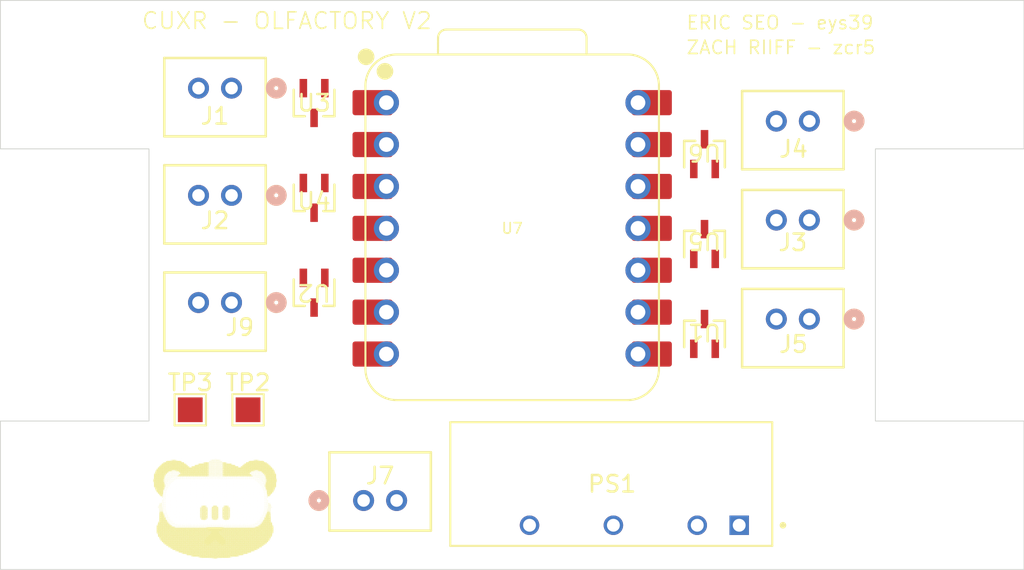
<source format=kicad_pcb>
(kicad_pcb (version 20241229) (generator "pcbnew") (generator_version "9.0")
  (layers (0 "F.Cu" signal) (2 "B.Cu" signal) (13 "F.Paste" user) (15 "B.Paste" user) (5 "F.SilkS" user "F.Silkscreen") (7 "B.SilkS" user "B.Silkscreen") (1 "F.Mask" user) (3 "B.Mask" user) (25 "Edge.Cuts" user))
  (net 0 "")
  (net 1 "5V Fan Out")
  (net 2 "Atomizer 1 Out")
  (net 3 "Net-(U1-G)")
  (net 4 "12V Fan Out")
  (net 5 "Atomizer 2 Out")
  (net 6 "Atomizer 3 Out")
  (net 7 "Net-(U2-G)")
  (net 8 "Net-(U3-G)")
  (net 9 "Atomizer 4 Out")
  (net 10 "Net-(U4-G)")
  (net 11 "Net-(U5-G)")
  (net 12 "Net-(U6-G)")
  (net 15 "GND")
  (net 18 "Battery 1 In")
  (net 20 "Converter Out")
  (footprint "footprints_connector:CONN2_B2B-PH-K-S_JST" (layer "F.Cu") (at 124 93)
    (property "Reference" "J3" (at -1 1.360398 0) (layer "F.SilkS"))
    (property "Value" "B2B-PH-K-S" (hide yes))
    (pad "1" thru_hole circle (at 0 0) (size 1.27 1.27) (drill 0.762) (layers "*.Cu" "*.Mask") (net 6 "Atomizer 3 Out"))
    (pad "2" thru_hole circle (at -2.000001 0) (size 1.27 1.27) (drill 0.762) (layers "*.Cu" "*.Mask") (net 15 "GND"))
  )
  (footprint "footprints:SOT_12UW-7_DIO" (layer "F.Cu") (at 94 97.4017 180)
    (property "Reference" "U2" (at 0 0 180) (layer "F.SilkS"))
    (property "Value" "DMG1012UW-7" (hide yes))
    (pad "1" smd rect (at -0.649999 0.9017 180) (size 0.4572 1.1176) (layers "F.Cu" "F.Mask" "F.Paste") (net 7 "Net-(U2-G)"))
    (pad "2" smd rect (at 0.649999 0.9017 180) (size 0.4572 1.1176) (layers "F.Cu" "F.Mask" "F.Paste") (net 1 "5V Fan Out"))
    (pad "3" smd rect (at 0 -0.9017 180) (size 0.4572 1.1176) (layers "F.Cu" "F.Mask" "F.Paste") (net 18 "Battery 1 In"))
  )
  (footprint "footprints_connector:CONN2_B2B-PH-K-S_JST" (layer "F.Cu") (at 89.000001 91.5)
    (property "Reference" "J2" (at -1 1.526399 0) (layer "F.SilkS"))
    (property "Value" "B2B-PH-K-S" (hide yes))
    (pad "1" thru_hole circle (at 0 0) (size 1.27 1.27) (drill 0.762) (layers "*.Cu" "*.Mask") (net 5 "Atomizer 2 Out"))
    (pad "2" thru_hole circle (at -2.000001 0) (size 1.27 1.27) (drill 0.762) (layers "*.Cu" "*.Mask") (net 15 "GND"))
  )
  (footprint "footprints:SOT_12UW-7_DIO" (layer "F.Cu") (at 117.65 99.9017)
    (property "Reference" "U1" (at 0 -0.0983 180) (layer "F.SilkS"))
    (property "Value" "DMG1012UW-7" (hide yes))
    (pad "1" smd rect (at -0.649999 0.9017) (size 0.4572 1.1176) (layers "F.Cu" "F.Mask" "F.Paste") (net 3 "Net-(U1-G)"))
    (pad "2" smd rect (at 0.649999 0.9017) (size 0.4572 1.1176) (layers "F.Cu" "F.Mask" "F.Paste") (net 4 "12V Fan Out"))
    (pad "3" smd rect (at 0 -0.9017) (size 0.4572 1.1176) (layers "F.Cu" "F.Mask" "F.Paste") (net 20 "Converter Out"))
  )
  (footprint "MountingHole:MountingHole_3.5mm" (layer "F.Cu") (at 79.5 84)
    (property "Reference" "REF**" (hide yes))
    (property "Value" "MountingHole_3.5mm" (hide yes))
    (pad "" np_thru_hole circle (at 0 0) (size 3.5 3.5) (drill 3.5) (layers "*.Cu" "*.Mask"))
  )
  (footprint "SeeedStudio_XIAO_nRF52840_v1.1_KiCAD:XIAO-nRF52840-DIP" (layer "F.Cu") (at 106 93.5)
    (property "Reference" "U7" (at 0 0 0) (layer "F.SilkS") (effects (font (size 0.635 0.635) (thickness 0.1016))))
    (property "Value" "XIAO-nRF52840-DIP" (hide yes))
    (pad "1" smd roundrect (at -8.455 -7.62 180) (size 2.432 1.524) (layers "F.Cu" "F.Mask") (roundrect_rratio 0.1))
    (pad "1" thru_hole circle (at -7.62 -7.62 180) (size 1.524 1.524) (drill 0.889) (layers "*.Cu" "*.Mask"))
    (pad "2" smd roundrect (at -8.455 -5.08 180) (size 2.432 1.524) (layers "F.Cu" "F.Mask") (roundrect_rratio 0.1) (net 8 "Net-(U3-G)"))
    (pad "2" thru_hole circle (at -7.62 -5.08 180) (size 1.524 1.524) (drill 0.889) (layers "*.Cu" "*.Mask") (net 8 "Net-(U3-G)"))
    (pad "3" smd roundrect (at -8.455 -2.54 180) (size 2.432 1.524) (layers "F.Cu" "F.Mask") (roundrect_rratio 0.1) (net 10 "Net-(U4-G)"))
    (pad "3" thru_hole circle (at -7.62 -2.54 180) (size 1.524 1.524) (drill 0.889) (layers "*.Cu" "*.Mask") (net 10 "Net-(U4-G)"))
    (pad "4" smd roundrect (at -8.455 0 180) (size 2.432 1.524) (layers "F.Cu" "F.Mask") (roundrect_rratio 0.1) (net 7 "Net-(U2-G)"))
    (pad "4" thru_hole circle (at -7.62 0 180) (size 1.524 1.524) (drill 0.889) (layers "*.Cu" "*.Mask") (net 7 "Net-(U2-G)"))
    (pad "5" smd roundrect (at -8.455 2.54 180) (size 2.432 1.524) (layers "F.Cu" "F.Mask") (roundrect_rratio 0.1))
    (pad "5" thru_hole circle (at -7.62 2.54 180) (size 1.524 1.524) (drill 0.889) (layers "*.Cu" "*.Mask"))
    (pad "6" smd roundrect (at -8.455 5.08 180) (size 2.432 1.524) (layers "F.Cu" "F.Mask") (roundrect_rratio 0.1))
    (pad "6" thru_hole circle (at -7.62 5.08 180) (size 1.524 1.524) (drill 0.889) (layers "*.Cu" "*.Mask"))
    (pad "7" smd roundrect (at -8.455 7.62 180) (size 2.432 1.524) (layers "F.Cu" "F.Mask") (roundrect_rratio 0.1))
    (pad "7" thru_hole circle (at -7.62 7.62 180) (size 1.524 1.524) (drill 0.889) (layers "*.Cu" "*.Mask"))
    (pad "8" thru_hole circle (at 7.62 7.62) (size 1.524 1.524) (drill 0.889) (layers "*.Cu" "*.Mask"))
    (pad "8" smd roundrect (at 8.455 7.62) (size 2.432 1.524) (layers "F.Cu" "F.Mask") (roundrect_rratio 0.1))
    (pad "9" thru_hole circle (at 7.62 5.08) (size 1.524 1.524) (drill 0.889) (layers "*.Cu" "*.Mask") (net 3 "Net-(U1-G)"))
    (pad "9" smd roundrect (at 8.455 5.08) (size 2.432 1.524) (layers "F.Cu" "F.Mask") (roundrect_rratio 0.1) (net 3 "Net-(U1-G)"))
    (pad "10" thru_hole circle (at 7.62 2.54) (size 1.524 1.524) (drill 0.889) (layers "*.Cu" "*.Mask") (net 11 "Net-(U5-G)"))
    (pad "10" smd roundrect (at 8.455 2.54) (size 2.432 1.524) (layers "F.Cu" "F.Mask") (roundrect_rratio 0.1) (net 11 "Net-(U5-G)"))
    (pad "11" thru_hole circle (at 7.62 0) (size 1.524 1.524) (drill 0.889) (layers "*.Cu" "*.Mask") (net 12 "Net-(U6-G)"))
    (pad "11" smd roundrect (at 8.455 0) (size 2.432 1.524) (layers "F.Cu" "F.Mask") (roundrect_rratio 0.1) (net 12 "Net-(U6-G)"))
    (pad "12" thru_hole circle (at 7.62 -2.54) (size 1.524 1.524) (drill 0.889) (layers "*.Cu" "*.Mask"))
    (pad "12" smd roundrect (at 8.455 -2.54) (size 2.432 1.524) (layers "F.Cu" "F.Mask") (roundrect_rratio 0.1))
    (pad "13" thru_hole circle (at 7.62 -5.08) (size 1.524 1.524) (drill 0.889) (layers "*.Cu" "*.Mask") (net 15 "GND"))
    (pad "13" smd roundrect (at 8.455 -5.08) (size 2.432 1.524) (layers "F.Cu" "F.Mask") (roundrect_rratio 0.1) (net 15 "GND"))
    (pad "14" thru_hole circle (at 7.62 -7.62) (size 1.524 1.524) (drill 0.889) (layers "*.Cu" "*.Mask"))
    (pad "14" smd roundrect (at 8.455 -7.62) (size 2.432 1.524) (layers "F.Cu" "F.Mask") (roundrect_rratio 0.1))
  )
  (footprint "footprints_connector:CONN2_B2B-PH-K-S_JST" (layer "F.Cu") (at 89.000001 98)
    (property "Reference" "J9" (at 0.5 1.5 0) (layer "F.SilkS"))
    (property "Value" "B2B-PH-K-S" (hide yes))
    (pad "1" thru_hole circle (at 0 0) (size 1.27 1.27) (drill 0.762) (layers "*.Cu" "*.Mask") (net 1 "5V Fan Out"))
    (pad "2" thru_hole circle (at -2.000001 0) (size 1.27 1.27) (drill 0.762) (layers "*.Cu" "*.Mask") (net 15 "GND"))
  )
  (footprint "TestPoint:TestPoint_Pad_1.5x1.5mm" (layer "F.Cu") (at 86.5 104.5)
    (property "Reference" "TP3" (at 0 -1.648 0) (layer "F.SilkS"))
    (property "Value" "TestPoint" (hide yes))
    (pad "1" smd rect (at 0 0) (size 1.5 1.5) (layers "F.Cu" "F.Mask") (net 15 "GND"))
  )
  (footprint "MountingHole:MountingHole_3.5mm" (layer "F.Cu") (at 132.5 84)
    (property "Reference" "REF**" (hide yes))
    (property "Value" "MountingHole_3.5mm" (hide yes))
    (pad "" np_thru_hole circle (at 0 0) (size 3.5 3.5) (drill 3.5) (layers "*.Cu" "*.Mask"))
  )
  (footprint "footprints_connector:CONN2_B2B-PH-K-S_JST" (layer "F.Cu") (at 124 87)
    (property "Reference" "J4" (at -0.960501 1.6924 0) (layer "F.SilkS"))
    (property "Value" "B2B-PH-K-S" (hide yes))
    (pad "1" thru_hole circle (at 0 0) (size 1.27 1.27) (drill 0.762) (layers "*.Cu" "*.Mask") (net 9 "Atomizer 4 Out"))
    (pad "2" thru_hole circle (at -2.000001 0) (size 1.27 1.27) (drill 0.762) (layers "*.Cu" "*.Mask") (net 15 "GND"))
  )
  (footprint "footprints:SOT_12UW-7_DIO" (layer "F.Cu") (at 94 85.9017 180)
    (property "Reference" "U3" (at 0 0 0) (layer "F.SilkS"))
    (property "Value" "DMG1012UW-7" (hide yes))
    (pad "1" smd rect (at -0.649999 0.9017 180) (size 0.4572 1.1176) (layers "F.Cu" "F.Mask" "F.Paste") (net 8 "Net-(U3-G)"))
    (pad "2" smd rect (at 0.649999 0.9017 180) (size 0.4572 1.1176) (layers "F.Cu" "F.Mask" "F.Paste") (net 2 "Atomizer 1 Out"))
    (pad "3" smd rect (at 0 -0.9017 180) (size 0.4572 1.1176) (layers "F.Cu" "F.Mask" "F.Paste") (net 18 "Battery 1 In"))
  )
  (footprint "footprints:SOT_12UW-7_DIO" (layer "F.Cu") (at 117.65 94.45085)
    (property "Reference" "U5" (at 0 -0.183245 180) (layer "F.SilkS"))
    (property "Value" "DMG1012UW-7" (hide yes))
    (pad "1" smd rect (at -0.649999 0.9017) (size 0.4572 1.1176) (layers "F.Cu" "F.Mask" "F.Paste") (net 11 "Net-(U5-G)"))
    (pad "2" smd rect (at 0.649999 0.9017) (size 0.4572 1.1176) (layers "F.Cu" "F.Mask" "F.Paste") (net 6 "Atomizer 3 Out"))
    (pad "3" smd rect (at 0 -0.9017) (size 0.4572 1.1176) (layers "F.Cu" "F.Mask" "F.Paste") (net 18 "Battery 1 In"))
  )
  (footprint "MountingHole:MountingHole_3.5mm" (layer "F.Cu") (at 79.5 109.5)
    (property "Reference" "REF**" (hide yes))
    (property "Value" "MountingHole_3.5mm" (hide yes))
    (pad "" np_thru_hole circle (at 0 0) (size 3.5 3.5) (drill 3.5) (layers "*.Cu" "*.Mask"))
  )
  (footprint "footprints:SOT_12UW-7_DIO" (layer "F.Cu") (at 94 91.6517 180)
    (property "Reference" "U4" (at 0 -0.199127 0) (layer "F.SilkS"))
    (property "Value" "DMG1012UW-7" (hide yes))
    (pad "1" smd rect (at -0.649999 0.9017 180) (size 0.4572 1.1176) (layers "F.Cu" "F.Mask" "F.Paste") (net 10 "Net-(U4-G)"))
    (pad "2" smd rect (at 0.649999 0.9017 180) (size 0.4572 1.1176) (layers "F.Cu" "F.Mask" "F.Paste") (net 5 "Atomizer 2 Out"))
    (pad "3" smd rect (at 0 -0.9017 180) (size 0.4572 1.1176) (layers "F.Cu" "F.Mask" "F.Paste") (net 18 "Battery 1 In"))
  )
  (footprint "footprints_connector:CONN2_B2B-PH-K-S_JST" (layer "F.Cu") (at 89.000001 85)
    (property "Reference" "J1" (at -1 1.6924 0) (layer "F.SilkS"))
    (property "Value" "B2B-PH-K-S" (hide yes))
    (pad "1" thru_hole circle (at 0 0) (size 1.27 1.27) (drill 0.762) (layers "*.Cu" "*.Mask") (net 2 "Atomizer 1 Out"))
    (pad "2" thru_hole circle (at -2.000001 0) (size 1.27 1.27) (drill 0.762) (layers "*.Cu" "*.Mask") (net 15 "GND"))
  )
  (footprint "Custom:CUXR_Logo_Halftone" (layer "F.Cu") (at 88 110.5)
    (property "Reference" "G***" (hide yes))
    (property "Value" "LOGO" (hide yes))
  )
  (footprint "footprints_connector:CONN2_B2B-PH-K-S_JST" (layer "F.Cu") (at 96.999999 110 180)
    (property "Reference" "J7" (at -1.000002 1.5 0) (layer "F.SilkS"))
    (property "Value" "B2B-PH-K-S" (hide yes))
    (pad "1" thru_hole circle (at 0 0 180) (size 1.27 1.27) (drill 0.762) (layers "*.Cu" "*.Mask") (net 18 "Battery 1 In"))
    (pad "2" thru_hole circle (at -2.000001 0 180) (size 1.27 1.27) (drill 0.762) (layers "*.Cu" "*.Mask") (net 15 "GND"))
  )
  (footprint "footprints_connector:CONN2_B2B-PH-K-S_JST" (layer "F.Cu") (at 124 99)
    (property "Reference" "J5" (at -0.960501 1.526399 0) (layer "F.SilkS"))
    (property "Value" "B2B-PH-K-S" (hide yes))
    (pad "1" thru_hole circle (at 0 0) (size 1.27 1.27) (drill 0.762) (layers "*.Cu" "*.Mask") (net 4 "12V Fan Out"))
    (pad "2" thru_hole circle (at -2.000001 0) (size 1.27 1.27) (drill 0.762) (layers "*.Cu" "*.Mask") (net 15 "GND"))
  )
  (footprint "Custom:CONV_3S7A_0512S1.5UP" (layer "F.Cu") (at 112 109 180)
    (property "Reference" "PS1" (at -0.05 0 0) (layer "F.SilkS"))
    (property "Value" "3S7A_0512S1.5UP" (hide yes))
    (pad "1" thru_hole rect (at -7.75 -2.5 180) (size 1.18 1.18) (drill 0.78) (layers "*.Cu" "*.Mask") (net 15 "GND"))
    (pad "2" thru_hole circle (at -5.21 -2.5 180) (size 1.18 1.18) (drill 0.78) (layers "*.Cu" "*.Mask") (net 20 "Converter Out"))
    (pad "4" thru_hole circle (at -0.13 -2.5 180) (size 1.18 1.18) (drill 0.78) (layers "*.Cu" "*.Mask") (net 18 "Battery 1 In"))
    (pad "6" thru_hole circle (at 4.95 -2.5 180) (size 1.18 1.18) (drill 0.78) (layers "*.Cu" "*.Mask") (net 15 "GND"))
  )
  (footprint "TestPoint:TestPoint_Pad_1.5x1.5mm" (layer "F.Cu") (at 90 104.5)
    (property "Reference" "TP2" (at 0 -1.648 0) (layer "F.SilkS"))
    (property "Value" "TestPoint" (hide yes))
    (pad "1" smd rect (at 0 0) (size 1.5 1.5) (layers "F.Cu" "F.Mask") (net 18 "Battery 1 In"))
  )
  (footprint "footprints:SOT_12UW-7_DIO" (layer "F.Cu") (at 117.65 89)
    (property "Reference" "U6" (at 0 -0.095772 180) (layer "F.SilkS"))
    (property "Value" "DMG1012UW-7" (hide yes))
    (pad "1" smd rect (at -0.649999 0.9017) (size 0.4572 1.1176) (layers "F.Cu" "F.Mask" "F.Paste") (net 12 "Net-(U6-G)"))
    (pad "2" smd rect (at 0.649999 0.9017) (size 0.4572 1.1176) (layers "F.Cu" "F.Mask" "F.Paste") (net 9 "Atomizer 4 Out"))
    (pad "3" smd rect (at 0 -0.9017) (size 0.4572 1.1176) (layers "F.Cu" "F.Mask" "F.Paste") (net 18 "Battery 1 In"))
  )
  (footprint "MountingHole:MountingHole_3.5mm" (layer "F.Cu") (at 132.5 109.5)
    (property "Reference" "REF**" (hide yes))
    (property "Value" "MountingHole_3.5mm" (hide yes))
    (pad "" np_thru_hole circle (at 0 0) (size 3.5 3.5) (drill 3.5) (layers "*.Cu" "*.Mask"))
  )
  (gr_poly (pts (xy 137 79.6815) (xy 75 79.6815) (xy 75 88.6815) (xy 84 88.6815) (xy 84 105.1815) (xy 75 105.1815) (xy 75 114.1815) (xy 137 114.1815) (xy 137 105.1815) (xy 128 105.1815) (xy 128 88.6815) (xy 137 88.6815)) (stroke (width 0.05)) (fill no) (layer "Edge.Cuts"))
  (gr_text "ZACH RIIFF - zcr5" (at 116.5 83 0) (layer "F.SilkS") (effects (font (size 0.8 0.8) (thickness 0.1)) (justify left bottom)))
  (gr_text "CUXR - OLFACTORY V2" (at 83.5 81.5 0) (layer "F.SilkS") (effects (font (size 1 1) (thickness 0.1)) (justify left bottom)))
  (gr_text "ERIC SEO - eys39" (at 116.5 81.5 0) (layer "F.SilkS") (effects (font (size 0.8 0.8) (thickness 0.1)) (justify left bottom)))
)
</source>
